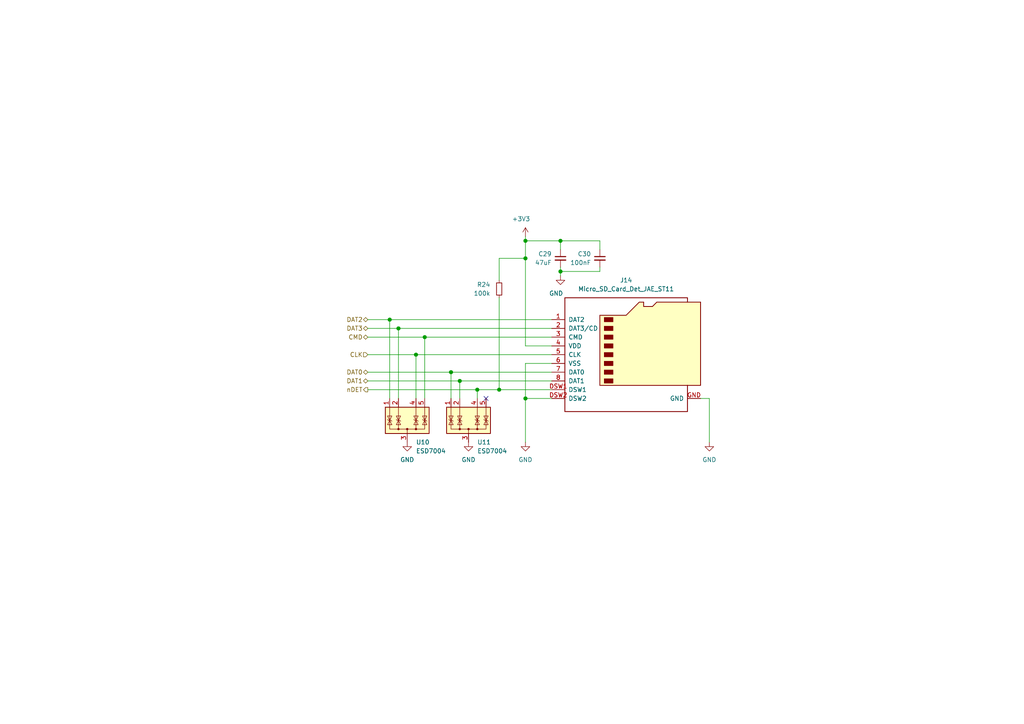
<source format=kicad_sch>
(kicad_sch (version 20210406) (generator eeschema)
  (paper "A4")
  (lib_symbols
    (symbol "Device:C_Small" (pin_numbers hide) (pin_names (offset 0.254) hide)
      (property "Reference" "C" (at 0.254 1.778 0))
      (property "Value" "C_Small" (at 0.254 -2.032 0))
      (symbol "C_Small_0_1"
        (polyline (pts (xy -1.524 -0.508) (xy 1.524 -0.508)) (stroke (width 0.3302)))
        (polyline (pts (xy -1.524 0.508) (xy 1.524 0.508)) (stroke (width 0.3048)))
      )
      (symbol "C_Small_1_1"
        (pin passive line (at 0 2.54 270) (length 2.032) (name "~") (number "1"))
        (pin passive line (at 0 -2.54 90) (length 2.032) (name "~") (number "2"))
      )
    )
    (symbol "Device:R_Small" (pin_numbers hide) (pin_names (offset 0.254) hide)
      (property "Reference" "R" (at 0.762 0.508 0))
      (property "Value" "R_Small" (at 0.762 -1.016 0))
      (symbol "R_Small_0_1"
        (rectangle (start -0.762 1.778) (end 0.762 -1.778) (stroke (width 0.2032)))
      )
      (symbol "R_Small_1_1"
        (pin passive line (at 0 2.54 270) (length 0.762) (name "~") (number "1"))
        (pin passive line (at 0 -2.54 90) (length 0.762) (name "~") (number "2"))
      )
    )
    (symbol "Power_Protection:TPD4E02B04DQA" (pin_names hide)
      (property "Reference" "U" (at 7.62 3.81 0))
      (property "Value" "TPD4E02B04DQA" (at 7.62 1.905 0))
      (symbol "TPD4E02B04DQA_0_0"
        (pin passive line (at 0 -5.08 90) (length 2.54) (name "G") (number "3"))
      )
      (symbol "TPD4E02B04DQA_0_1"
        (circle (center 0 -1.27) (radius 0.254) (fill (type outline)))
        (circle (center 2.54 -1.27) (radius 0.254) (fill (type outline)))
        (rectangle (start -6.35 5.08) (end 6.35 -2.54) (stroke (width 0.254)) (fill (type background)))
        (polyline (pts (xy -2.54 5.08) (xy -2.54 -1.27)))
        (polyline (pts (xy 0 -1.27) (xy 0 -2.54)))
        (polyline (pts (xy 2.54 5.08) (xy 2.54 -1.27)))
        (polyline (pts (xy -5.08 5.08) (xy -5.08 -1.27) (xy 5.08 -1.27) (xy 5.08 5.08)))
        (polyline (pts (xy -4.445 0) (xy -5.715 0) (xy -5.08 1.27) (xy -4.445 0)))
        (polyline (pts (xy -3.175 1.524) (xy -2.921 1.27) (xy -2.159 1.27) (xy -1.905 1.016)))
        (polyline (pts (xy -2.54 1.27) (xy -1.905 0) (xy -3.175 0) (xy -2.54 1.27)))
        (polyline (pts (xy 2.54 1.27) (xy 1.905 0) (xy 3.175 0) (xy 2.54 1.27)))
        (polyline (pts (xy 5.08 1.27) (xy 4.445 0) (xy 5.715 0) (xy 5.08 1.27)))
      )
      (symbol "TPD4E02B04DQA_1_1"
        (circle (center -2.54 -1.27) (radius 0.254) (fill (type outline)))
        (polyline (pts (xy -5.715 1.524) (xy -5.461 1.27) (xy -4.699 1.27) (xy -4.445 1.016)))
        (polyline (pts (xy -5.08 1.27) (xy -5.715 2.54) (xy -4.445 2.54) (xy -5.08 1.27)))
        (polyline (pts (xy -2.54 1.27) (xy -3.175 2.54) (xy -1.905 2.54) (xy -2.54 1.27)))
        (polyline (pts (xy 1.905 1.524) (xy 2.159 1.27) (xy 2.921 1.27) (xy 3.175 1.016)))
        (polyline (pts (xy 2.54 1.27) (xy 1.905 2.54) (xy 3.175 2.54) (xy 2.54 1.27)))
        (polyline (pts (xy 4.445 1.524) (xy 4.699 1.27) (xy 5.461 1.27) (xy 5.715 1.016)))
        (polyline (pts (xy 5.08 1.27) (xy 4.445 2.54) (xy 5.715 2.54) (xy 5.08 1.27)))
        (pin passive line (at -5.08 7.62 270) (length 2.54) (name "IO1") (number "1"))
        (pin no_connect line (at -5.08 -2.54 90) (length 2.54) hide (name "NC") (number "10"))
        (pin passive line (at -2.54 7.62 270) (length 2.54) (name "IO2") (number "2"))
        (pin passive line (at 2.54 7.62 270) (length 2.54) (name "IO3") (number "4"))
        (pin passive line (at 5.08 7.62 270) (length 2.54) (name "IO4") (number "5"))
        (pin no_connect line (at 5.08 -2.54 90) (length 2.54) hide (name "NC") (number "6"))
        (pin no_connect line (at 2.54 -2.54 90) (length 2.54) hide (name "NC") (number "7"))
        (pin passive line (at 0 -5.08 90) (length 2.54) hide (name "G") (number "8"))
        (pin no_connect line (at -2.54 -2.54 90) (length 2.54) hide (name "NC") (number "9"))
      )
    )
    (symbol "j_Connector:Micro_SD_Card_Det_JAE_ST11" (pin_names (offset 1.016))
      (property "Reference" "J" (at -16.51 17.78 0))
      (property "Value" "Micro_SD_Card_Det_JAE_ST11" (at 16.51 17.78 0))
      (symbol "Micro_SD_Card_Det_JAE_ST11_0_1"
        (rectangle (start -7.62 -6.985) (end -5.08 -8.255) (fill (type outline)))
        (rectangle (start -7.62 -4.445) (end -5.08 -5.715) (fill (type outline)))
        (rectangle (start -7.62 -1.905) (end -5.08 -3.175) (fill (type outline)))
        (rectangle (start -7.62 0.635) (end -5.08 -0.635) (fill (type outline)))
        (rectangle (start -7.62 3.175) (end -5.08 1.905) (fill (type outline)))
        (rectangle (start -7.62 5.715) (end -5.08 4.445) (fill (type outline)))
        (rectangle (start -7.62 8.255) (end -5.08 6.985) (fill (type outline)))
        (rectangle (start -7.62 10.795) (end -5.08 9.525) (fill (type outline)))
        (polyline (pts (xy 16.51 15.24) (xy 16.51 16.51) (xy -19.05 16.51) (xy -19.05 -16.51) (xy 16.51 -16.51) (xy 16.51 -8.89)) (stroke (width 0.254)))
        (polyline (pts (xy -8.89 -8.89) (xy -8.89 11.43) (xy -1.27 11.43) (xy 2.54 15.24) (xy 3.81 15.24) (xy 3.81 13.97) (xy 6.35 13.97) (xy 7.62 15.24) (xy 20.32 15.24) (xy 20.32 -8.89) (xy -8.89 -8.89)) (stroke (width 0.254)) (fill (type background)))
      )
      (symbol "Micro_SD_Card_Det_JAE_ST11_1_1"
        (pin bidirectional line (at -22.86 10.16 0) (length 3.81) (name "DAT2") (number "1"))
        (pin bidirectional line (at -22.86 7.62 0) (length 3.81) (name "DAT3/CD") (number "2"))
        (pin input line (at -22.86 5.08 0) (length 3.81) (name "CMD") (number "3"))
        (pin power_in line (at -22.86 2.54 0) (length 3.81) (name "VDD") (number "4"))
        (pin input line (at -22.86 0 0) (length 3.81) (name "CLK") (number "5"))
        (pin power_in line (at -22.86 -2.54 0) (length 3.81) (name "VSS") (number "6"))
        (pin bidirectional line (at -22.86 -5.08 0) (length 3.81) (name "DAT0") (number "7"))
        (pin bidirectional line (at -22.86 -7.62 0) (length 3.81) (name "DAT1") (number "8"))
        (pin passive line (at -22.86 -10.16 0) (length 3.81) (name "DSW1") (number "DSW1"))
        (pin passive line (at -22.86 -12.7 0) (length 3.81) (name "DSW2") (number "DSW2"))
        (pin passive line (at 20.32 -12.7 180) (length 3.81) (name "GND") (number "GND"))
      )
    )
    (symbol "power:+3V3" (power) (pin_names (offset 0))
      (property "Value" "+3V3" (at 0 3.556 0))
      (symbol "+3V3_0_1"
        (polyline (pts (xy -0.762 1.27) (xy 0 2.54)))
        (polyline (pts (xy 0 0) (xy 0 2.54)))
        (polyline (pts (xy 0 2.54) (xy 0.762 1.27)))
      )
      (symbol "+3V3_1_1"
        (pin power_in line (at 0 0 90) (length 0) hide (name "+3V3") (number "1"))
      )
    )
    (symbol "power:GND" (power) (pin_names (offset 0))
      (property "Value" "GND" (at 0 -3.81 0))
      (symbol "GND_0_1"
        (polyline (pts (xy 0 0) (xy 0 -1.27) (xy 1.27 -1.27) (xy 0 -2.54) (xy -1.27 -1.27) (xy 0 -1.27)))
      )
      (symbol "GND_1_1"
        (pin power_in line (at 0 0 270) (length 0) hide (name "GND") (number "1"))
      )
    )
  )
  (junction (at 113.03 92.71) (diameter 1.016))
  (junction (at 115.57 95.25) (diameter 1.016))
  (junction (at 120.65 102.87) (diameter 1.016))
  (junction (at 123.19 97.79) (diameter 1.016))
  (junction (at 130.81 107.95) (diameter 1.016))
  (junction (at 133.35 110.49) (diameter 1.016))
  (junction (at 138.43 113.03) (diameter 1.016))
  (junction (at 144.78 113.03) (diameter 1.016))
  (junction (at 152.4 69.85) (diameter 1.016))
  (junction (at 152.4 74.93) (diameter 1.016))
  (junction (at 152.4 115.57) (diameter 1.016))
  (junction (at 162.56 69.85) (diameter 1.016))
  (junction (at 162.56 78.74) (diameter 1.016))
  (no_connect (at 140.97 115.57))
  (wire (pts (xy 106.68 92.71) (xy 113.03 92.71)))
  (wire (pts (xy 106.68 95.25) (xy 115.57 95.25)))
  (wire (pts (xy 106.68 97.79) (xy 123.19 97.79)))
  (wire (pts (xy 106.68 102.87) (xy 120.65 102.87)))
  (wire (pts (xy 106.68 107.95) (xy 130.81 107.95)))
  (wire (pts (xy 106.68 110.49) (xy 133.35 110.49)))
  (wire (pts (xy 106.68 113.03) (xy 138.43 113.03)))
  (wire (pts (xy 113.03 92.71) (xy 113.03 115.57)))
  (wire (pts (xy 113.03 92.71) (xy 160.02 92.71)))
  (wire (pts (xy 115.57 95.25) (xy 115.57 115.57)))
  (wire (pts (xy 115.57 95.25) (xy 160.02 95.25)))
  (wire (pts (xy 120.65 102.87) (xy 120.65 115.57)))
  (wire (pts (xy 120.65 102.87) (xy 160.02 102.87)))
  (wire (pts (xy 123.19 97.79) (xy 123.19 115.57)))
  (wire (pts (xy 123.19 97.79) (xy 160.02 97.79)))
  (wire (pts (xy 130.81 107.95) (xy 130.81 115.57)))
  (wire (pts (xy 130.81 107.95) (xy 160.02 107.95)))
  (wire (pts (xy 133.35 110.49) (xy 133.35 115.57)))
  (wire (pts (xy 133.35 110.49) (xy 160.02 110.49)))
  (wire (pts (xy 138.43 113.03) (xy 138.43 115.57)))
  (wire (pts (xy 138.43 113.03) (xy 144.78 113.03)))
  (wire (pts (xy 144.78 74.93) (xy 152.4 74.93)))
  (wire (pts (xy 144.78 81.28) (xy 144.78 74.93)))
  (wire (pts (xy 144.78 86.36) (xy 144.78 113.03)))
  (wire (pts (xy 144.78 113.03) (xy 160.02 113.03)))
  (wire (pts (xy 152.4 68.58) (xy 152.4 69.85)))
  (wire (pts (xy 152.4 69.85) (xy 152.4 74.93)))
  (wire (pts (xy 152.4 69.85) (xy 162.56 69.85)))
  (wire (pts (xy 152.4 74.93) (xy 152.4 100.33)))
  (wire (pts (xy 152.4 100.33) (xy 160.02 100.33)))
  (wire (pts (xy 152.4 105.41) (xy 152.4 115.57)))
  (wire (pts (xy 152.4 115.57) (xy 152.4 128.27)))
  (wire (pts (xy 152.4 115.57) (xy 160.02 115.57)))
  (wire (pts (xy 160.02 105.41) (xy 152.4 105.41)))
  (wire (pts (xy 162.56 69.85) (xy 162.56 72.39)))
  (wire (pts (xy 162.56 77.47) (xy 162.56 78.74)))
  (wire (pts (xy 162.56 78.74) (xy 162.56 80.01)))
  (wire (pts (xy 173.99 69.85) (xy 162.56 69.85)))
  (wire (pts (xy 173.99 72.39) (xy 173.99 69.85)))
  (wire (pts (xy 173.99 77.47) (xy 173.99 78.74)))
  (wire (pts (xy 173.99 78.74) (xy 162.56 78.74)))
  (wire (pts (xy 203.2 115.57) (xy 205.74 115.57)))
  (wire (pts (xy 205.74 115.57) (xy 205.74 128.27)))
  (hierarchical_label "DAT2" (shape bidirectional) (at 106.68 92.71 180))
  (hierarchical_label "DAT3" (shape bidirectional) (at 106.68 95.25 180))
  (hierarchical_label "CMD" (shape bidirectional) (at 106.68 97.79 180))
  (hierarchical_label "CLK" (shape input) (at 106.68 102.87 180))
  (hierarchical_label "DAT0" (shape bidirectional) (at 106.68 107.95 180))
  (hierarchical_label "DAT1" (shape bidirectional) (at 106.68 110.49 180))
  (hierarchical_label "nDET" (shape output) (at 106.68 113.03 180))
  (symbol (lib_id "power:+3V3") (at 152.4 68.58 0) (mirror y) (unit 1)
    (property "Reference" "#PWR088" (effects hide))
    (property "Value" "+3V3" (at 151.13 63.5 0))
  )
  (symbol (lib_id "power:GND") (at 118.11 128.27 0) (unit 1)
    (property "Reference" "#PWR086" (effects hide))
    (property "Value" "GND" (at 118.11 133.35 0))
  )
  (symbol (lib_id "power:GND") (at 135.89 128.27 0) (unit 1)
    (property "Reference" "#PWR087" (effects hide))
    (property "Value" "GND" (at 135.89 133.35 0))
  )
  (symbol (lib_id "power:GND") (at 152.4 128.27 0) (unit 1)
    (property "Reference" "#PWR089" (effects hide))
    (property "Value" "GND" (at 152.4 133.35 0))
  )
  (symbol (lib_id "power:GND") (at 162.56 80.01 0) (mirror y) (unit 1)
    (property "Reference" "#PWR090" (effects hide))
    (property "Value" "GND" (at 161.29 85.09 0))
  )
  (symbol (lib_id "power:GND") (at 205.74 128.27 0) (unit 1)
    (property "Reference" "#PWR091" (effects hide))
    (property "Value" "GND" (at 205.74 133.35 0))
  )
  (symbol (lib_id "Device:R_Small") (at 144.78 83.82 0) (mirror x) (unit 1)
    (property "Reference" "R24" (at 142.24 82.55 0) (effects (justify right)))
    (property "Value" "100k" (at 142.24 85.09 0) (effects (justify right)))
    (property "Footprint" "Resistor_SMD:R_0603_1608Metric" (effects hide))
  )
  (symbol (lib_id "Device:C_Small") (at 162.56 74.93 0) (mirror y) (unit 1)
    (property "Reference" "C29" (at 160.02 73.66 0) (effects (justify left)))
    (property "Value" "47uF" (at 160.02 76.2 0) (effects (justify left)))
    (property "Footprint" "Capacitor_SMD:C_0805_2012Metric" (effects hide))
  )
  (symbol (lib_id "Device:C_Small") (at 173.99 74.93 0) (mirror y) (unit 1)
    (property "Reference" "C30" (at 171.45 73.66 0) (effects (justify left)))
    (property "Value" "100nF" (at 171.45 76.2 0) (effects (justify left)))
    (property "Footprint" "Capacitor_SMD:C_0603_1608Metric" (effects hide))
  )
  (symbol (lib_id "Power_Protection:TPD4E02B04DQA") (at 118.11 123.19 0) (unit 1)
    (property "Reference" "U10" (at 120.65 128.27 0) (effects (justify left)))
    (property "Value" "ESD7004" (at 120.65 130.81 0) (effects (justify left)))
    (property "Footprint" "jeffmakes-footprints:USON-10_2.5x1.0mm_P0.5mm" (effects hide))
    (property "Datasheet" "http://www.ti.com/lit/ds/symlink/tpd4e02b04.pdf" (effects hide))
  )
  (symbol (lib_id "Power_Protection:TPD4E02B04DQA") (at 135.89 123.19 0) (unit 1)
    (property "Reference" "U11" (at 138.43 128.27 0) (effects (justify left)))
    (property "Value" "ESD7004" (at 138.43 130.81 0) (effects (justify left)))
    (property "Footprint" "jeffmakes-footprints:USON-10_2.5x1.0mm_P0.5mm" (effects hide))
    (property "Datasheet" "http://www.ti.com/lit/ds/symlink/tpd4e02b04.pdf" (effects hide))
  )
  (symbol (lib_id "j_Connector:Micro_SD_Card_Det_JAE_ST11") (at 182.88 102.87 0) (unit 1)
    (property "Reference" "J14" (at 181.61 81.28 0))
    (property "Value" "Micro_SD_Card_Det_JAE_ST11" (at 181.61 83.82 0))
    (property "Footprint" "jeffmakes-footprints:microSD_JAE_ST11S008V4H" (effects hide))
  )
)
</source>
